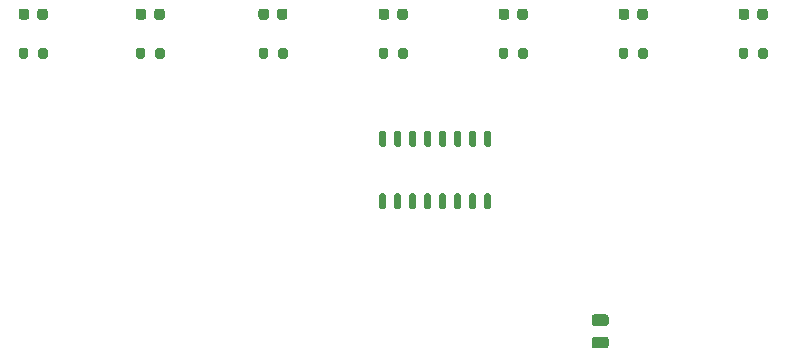
<source format=gbr>
%TF.GenerationSoftware,KiCad,Pcbnew,5.1.7-a382d34a8~87~ubuntu18.04.1*%
%TF.CreationDate,2021-02-24T17:41:24-08:00*%
%TF.ProjectId,teensy3x_solenoid_driver,7465656e-7379-4337-985f-736f6c656e6f,rev?*%
%TF.SameCoordinates,Original*%
%TF.FileFunction,Paste,Top*%
%TF.FilePolarity,Positive*%
%FSLAX46Y46*%
G04 Gerber Fmt 4.6, Leading zero omitted, Abs format (unit mm)*
G04 Created by KiCad (PCBNEW 5.1.7-a382d34a8~87~ubuntu18.04.1) date 2021-02-24 17:41:24*
%MOMM*%
%LPD*%
G01*
G04 APERTURE LIST*
G04 APERTURE END LIST*
%TO.C,C1*%
G36*
G01*
X112555000Y-88400000D02*
X113505000Y-88400000D01*
G75*
G02*
X113755000Y-88650000I0J-250000D01*
G01*
X113755000Y-89150000D01*
G75*
G02*
X113505000Y-89400000I-250000J0D01*
G01*
X112555000Y-89400000D01*
G75*
G02*
X112305000Y-89150000I0J250000D01*
G01*
X112305000Y-88650000D01*
G75*
G02*
X112555000Y-88400000I250000J0D01*
G01*
G37*
G36*
G01*
X112555000Y-90300000D02*
X113505000Y-90300000D01*
G75*
G02*
X113755000Y-90550000I0J-250000D01*
G01*
X113755000Y-91050000D01*
G75*
G02*
X113505000Y-91300000I-250000J0D01*
G01*
X112555000Y-91300000D01*
G75*
G02*
X112305000Y-91050000I0J250000D01*
G01*
X112305000Y-90550000D01*
G75*
G02*
X112555000Y-90300000I250000J0D01*
G01*
G37*
%TD*%
%TO.C,U2*%
G36*
G01*
X94752500Y-79525000D02*
X94477500Y-79525000D01*
G75*
G02*
X94340000Y-79387500I0J137500D01*
G01*
X94340000Y-78312500D01*
G75*
G02*
X94477500Y-78175000I137500J0D01*
G01*
X94752500Y-78175000D01*
G75*
G02*
X94890000Y-78312500I0J-137500D01*
G01*
X94890000Y-79387500D01*
G75*
G02*
X94752500Y-79525000I-137500J0D01*
G01*
G37*
G36*
G01*
X96022500Y-79525000D02*
X95747500Y-79525000D01*
G75*
G02*
X95610000Y-79387500I0J137500D01*
G01*
X95610000Y-78312500D01*
G75*
G02*
X95747500Y-78175000I137500J0D01*
G01*
X96022500Y-78175000D01*
G75*
G02*
X96160000Y-78312500I0J-137500D01*
G01*
X96160000Y-79387500D01*
G75*
G02*
X96022500Y-79525000I-137500J0D01*
G01*
G37*
G36*
G01*
X97292500Y-79525000D02*
X97017500Y-79525000D01*
G75*
G02*
X96880000Y-79387500I0J137500D01*
G01*
X96880000Y-78312500D01*
G75*
G02*
X97017500Y-78175000I137500J0D01*
G01*
X97292500Y-78175000D01*
G75*
G02*
X97430000Y-78312500I0J-137500D01*
G01*
X97430000Y-79387500D01*
G75*
G02*
X97292500Y-79525000I-137500J0D01*
G01*
G37*
G36*
G01*
X98562500Y-79525000D02*
X98287500Y-79525000D01*
G75*
G02*
X98150000Y-79387500I0J137500D01*
G01*
X98150000Y-78312500D01*
G75*
G02*
X98287500Y-78175000I137500J0D01*
G01*
X98562500Y-78175000D01*
G75*
G02*
X98700000Y-78312500I0J-137500D01*
G01*
X98700000Y-79387500D01*
G75*
G02*
X98562500Y-79525000I-137500J0D01*
G01*
G37*
G36*
G01*
X99832500Y-79525000D02*
X99557500Y-79525000D01*
G75*
G02*
X99420000Y-79387500I0J137500D01*
G01*
X99420000Y-78312500D01*
G75*
G02*
X99557500Y-78175000I137500J0D01*
G01*
X99832500Y-78175000D01*
G75*
G02*
X99970000Y-78312500I0J-137500D01*
G01*
X99970000Y-79387500D01*
G75*
G02*
X99832500Y-79525000I-137500J0D01*
G01*
G37*
G36*
G01*
X101102500Y-79525000D02*
X100827500Y-79525000D01*
G75*
G02*
X100690000Y-79387500I0J137500D01*
G01*
X100690000Y-78312500D01*
G75*
G02*
X100827500Y-78175000I137500J0D01*
G01*
X101102500Y-78175000D01*
G75*
G02*
X101240000Y-78312500I0J-137500D01*
G01*
X101240000Y-79387500D01*
G75*
G02*
X101102500Y-79525000I-137500J0D01*
G01*
G37*
G36*
G01*
X102372500Y-79525000D02*
X102097500Y-79525000D01*
G75*
G02*
X101960000Y-79387500I0J137500D01*
G01*
X101960000Y-78312500D01*
G75*
G02*
X102097500Y-78175000I137500J0D01*
G01*
X102372500Y-78175000D01*
G75*
G02*
X102510000Y-78312500I0J-137500D01*
G01*
X102510000Y-79387500D01*
G75*
G02*
X102372500Y-79525000I-137500J0D01*
G01*
G37*
G36*
G01*
X103642500Y-79525000D02*
X103367500Y-79525000D01*
G75*
G02*
X103230000Y-79387500I0J137500D01*
G01*
X103230000Y-78312500D01*
G75*
G02*
X103367500Y-78175000I137500J0D01*
G01*
X103642500Y-78175000D01*
G75*
G02*
X103780000Y-78312500I0J-137500D01*
G01*
X103780000Y-79387500D01*
G75*
G02*
X103642500Y-79525000I-137500J0D01*
G01*
G37*
G36*
G01*
X103642500Y-74225000D02*
X103367500Y-74225000D01*
G75*
G02*
X103230000Y-74087500I0J137500D01*
G01*
X103230000Y-73012500D01*
G75*
G02*
X103367500Y-72875000I137500J0D01*
G01*
X103642500Y-72875000D01*
G75*
G02*
X103780000Y-73012500I0J-137500D01*
G01*
X103780000Y-74087500D01*
G75*
G02*
X103642500Y-74225000I-137500J0D01*
G01*
G37*
G36*
G01*
X102372500Y-74225000D02*
X102097500Y-74225000D01*
G75*
G02*
X101960000Y-74087500I0J137500D01*
G01*
X101960000Y-73012500D01*
G75*
G02*
X102097500Y-72875000I137500J0D01*
G01*
X102372500Y-72875000D01*
G75*
G02*
X102510000Y-73012500I0J-137500D01*
G01*
X102510000Y-74087500D01*
G75*
G02*
X102372500Y-74225000I-137500J0D01*
G01*
G37*
G36*
G01*
X101102500Y-74225000D02*
X100827500Y-74225000D01*
G75*
G02*
X100690000Y-74087500I0J137500D01*
G01*
X100690000Y-73012500D01*
G75*
G02*
X100827500Y-72875000I137500J0D01*
G01*
X101102500Y-72875000D01*
G75*
G02*
X101240000Y-73012500I0J-137500D01*
G01*
X101240000Y-74087500D01*
G75*
G02*
X101102500Y-74225000I-137500J0D01*
G01*
G37*
G36*
G01*
X99832500Y-74225000D02*
X99557500Y-74225000D01*
G75*
G02*
X99420000Y-74087500I0J137500D01*
G01*
X99420000Y-73012500D01*
G75*
G02*
X99557500Y-72875000I137500J0D01*
G01*
X99832500Y-72875000D01*
G75*
G02*
X99970000Y-73012500I0J-137500D01*
G01*
X99970000Y-74087500D01*
G75*
G02*
X99832500Y-74225000I-137500J0D01*
G01*
G37*
G36*
G01*
X98562500Y-74225000D02*
X98287500Y-74225000D01*
G75*
G02*
X98150000Y-74087500I0J137500D01*
G01*
X98150000Y-73012500D01*
G75*
G02*
X98287500Y-72875000I137500J0D01*
G01*
X98562500Y-72875000D01*
G75*
G02*
X98700000Y-73012500I0J-137500D01*
G01*
X98700000Y-74087500D01*
G75*
G02*
X98562500Y-74225000I-137500J0D01*
G01*
G37*
G36*
G01*
X97292500Y-74225000D02*
X97017500Y-74225000D01*
G75*
G02*
X96880000Y-74087500I0J137500D01*
G01*
X96880000Y-73012500D01*
G75*
G02*
X97017500Y-72875000I137500J0D01*
G01*
X97292500Y-72875000D01*
G75*
G02*
X97430000Y-73012500I0J-137500D01*
G01*
X97430000Y-74087500D01*
G75*
G02*
X97292500Y-74225000I-137500J0D01*
G01*
G37*
G36*
G01*
X96022500Y-74225000D02*
X95747500Y-74225000D01*
G75*
G02*
X95610000Y-74087500I0J137500D01*
G01*
X95610000Y-73012500D01*
G75*
G02*
X95747500Y-72875000I137500J0D01*
G01*
X96022500Y-72875000D01*
G75*
G02*
X96160000Y-73012500I0J-137500D01*
G01*
X96160000Y-74087500D01*
G75*
G02*
X96022500Y-74225000I-137500J0D01*
G01*
G37*
G36*
G01*
X94752500Y-74225000D02*
X94477500Y-74225000D01*
G75*
G02*
X94340000Y-74087500I0J137500D01*
G01*
X94340000Y-73012500D01*
G75*
G02*
X94477500Y-72875000I137500J0D01*
G01*
X94752500Y-72875000D01*
G75*
G02*
X94890000Y-73012500I0J-137500D01*
G01*
X94890000Y-74087500D01*
G75*
G02*
X94752500Y-74225000I-137500J0D01*
G01*
G37*
%TD*%
%TO.C,D1*%
G36*
G01*
X63799000Y-63248250D02*
X63799000Y-62735750D01*
G75*
G02*
X64017750Y-62517000I218750J0D01*
G01*
X64455250Y-62517000D01*
G75*
G02*
X64674000Y-62735750I0J-218750D01*
G01*
X64674000Y-63248250D01*
G75*
G02*
X64455250Y-63467000I-218750J0D01*
G01*
X64017750Y-63467000D01*
G75*
G02*
X63799000Y-63248250I0J218750D01*
G01*
G37*
G36*
G01*
X65374000Y-63248250D02*
X65374000Y-62735750D01*
G75*
G02*
X65592750Y-62517000I218750J0D01*
G01*
X66030250Y-62517000D01*
G75*
G02*
X66249000Y-62735750I0J-218750D01*
G01*
X66249000Y-63248250D01*
G75*
G02*
X66030250Y-63467000I-218750J0D01*
G01*
X65592750Y-63467000D01*
G75*
G02*
X65374000Y-63248250I0J218750D01*
G01*
G37*
%TD*%
%TO.C,D2*%
G36*
G01*
X75280000Y-63248250D02*
X75280000Y-62735750D01*
G75*
G02*
X75498750Y-62517000I218750J0D01*
G01*
X75936250Y-62517000D01*
G75*
G02*
X76155000Y-62735750I0J-218750D01*
G01*
X76155000Y-63248250D01*
G75*
G02*
X75936250Y-63467000I-218750J0D01*
G01*
X75498750Y-63467000D01*
G75*
G02*
X75280000Y-63248250I0J218750D01*
G01*
G37*
G36*
G01*
X73705000Y-63248250D02*
X73705000Y-62735750D01*
G75*
G02*
X73923750Y-62517000I218750J0D01*
G01*
X74361250Y-62517000D01*
G75*
G02*
X74580000Y-62735750I0J-218750D01*
G01*
X74580000Y-63248250D01*
G75*
G02*
X74361250Y-63467000I-218750J0D01*
G01*
X73923750Y-63467000D01*
G75*
G02*
X73705000Y-63248250I0J218750D01*
G01*
G37*
%TD*%
%TO.C,D3*%
G36*
G01*
X84093500Y-63248250D02*
X84093500Y-62735750D01*
G75*
G02*
X84312250Y-62517000I218750J0D01*
G01*
X84749750Y-62517000D01*
G75*
G02*
X84968500Y-62735750I0J-218750D01*
G01*
X84968500Y-63248250D01*
G75*
G02*
X84749750Y-63467000I-218750J0D01*
G01*
X84312250Y-63467000D01*
G75*
G02*
X84093500Y-63248250I0J218750D01*
G01*
G37*
G36*
G01*
X85668500Y-63248250D02*
X85668500Y-62735750D01*
G75*
G02*
X85887250Y-62517000I218750J0D01*
G01*
X86324750Y-62517000D01*
G75*
G02*
X86543500Y-62735750I0J-218750D01*
G01*
X86543500Y-63248250D01*
G75*
G02*
X86324750Y-63467000I-218750J0D01*
G01*
X85887250Y-63467000D01*
G75*
G02*
X85668500Y-63248250I0J218750D01*
G01*
G37*
%TD*%
%TO.C,D4*%
G36*
G01*
X95854000Y-63248250D02*
X95854000Y-62735750D01*
G75*
G02*
X96072750Y-62517000I218750J0D01*
G01*
X96510250Y-62517000D01*
G75*
G02*
X96729000Y-62735750I0J-218750D01*
G01*
X96729000Y-63248250D01*
G75*
G02*
X96510250Y-63467000I-218750J0D01*
G01*
X96072750Y-63467000D01*
G75*
G02*
X95854000Y-63248250I0J218750D01*
G01*
G37*
G36*
G01*
X94279000Y-63248250D02*
X94279000Y-62735750D01*
G75*
G02*
X94497750Y-62517000I218750J0D01*
G01*
X94935250Y-62517000D01*
G75*
G02*
X95154000Y-62735750I0J-218750D01*
G01*
X95154000Y-63248250D01*
G75*
G02*
X94935250Y-63467000I-218750J0D01*
G01*
X94497750Y-63467000D01*
G75*
G02*
X94279000Y-63248250I0J218750D01*
G01*
G37*
%TD*%
%TO.C,D5*%
G36*
G01*
X104439000Y-63248250D02*
X104439000Y-62735750D01*
G75*
G02*
X104657750Y-62517000I218750J0D01*
G01*
X105095250Y-62517000D01*
G75*
G02*
X105314000Y-62735750I0J-218750D01*
G01*
X105314000Y-63248250D01*
G75*
G02*
X105095250Y-63467000I-218750J0D01*
G01*
X104657750Y-63467000D01*
G75*
G02*
X104439000Y-63248250I0J218750D01*
G01*
G37*
G36*
G01*
X106014000Y-63248250D02*
X106014000Y-62735750D01*
G75*
G02*
X106232750Y-62517000I218750J0D01*
G01*
X106670250Y-62517000D01*
G75*
G02*
X106889000Y-62735750I0J-218750D01*
G01*
X106889000Y-63248250D01*
G75*
G02*
X106670250Y-63467000I-218750J0D01*
G01*
X106232750Y-63467000D01*
G75*
G02*
X106014000Y-63248250I0J218750D01*
G01*
G37*
%TD*%
%TO.C,D6*%
G36*
G01*
X116174000Y-63248250D02*
X116174000Y-62735750D01*
G75*
G02*
X116392750Y-62517000I218750J0D01*
G01*
X116830250Y-62517000D01*
G75*
G02*
X117049000Y-62735750I0J-218750D01*
G01*
X117049000Y-63248250D01*
G75*
G02*
X116830250Y-63467000I-218750J0D01*
G01*
X116392750Y-63467000D01*
G75*
G02*
X116174000Y-63248250I0J218750D01*
G01*
G37*
G36*
G01*
X114599000Y-63248250D02*
X114599000Y-62735750D01*
G75*
G02*
X114817750Y-62517000I218750J0D01*
G01*
X115255250Y-62517000D01*
G75*
G02*
X115474000Y-62735750I0J-218750D01*
G01*
X115474000Y-63248250D01*
G75*
G02*
X115255250Y-63467000I-218750J0D01*
G01*
X114817750Y-63467000D01*
G75*
G02*
X114599000Y-63248250I0J218750D01*
G01*
G37*
%TD*%
%TO.C,D7*%
G36*
G01*
X124759000Y-63248250D02*
X124759000Y-62735750D01*
G75*
G02*
X124977750Y-62517000I218750J0D01*
G01*
X125415250Y-62517000D01*
G75*
G02*
X125634000Y-62735750I0J-218750D01*
G01*
X125634000Y-63248250D01*
G75*
G02*
X125415250Y-63467000I-218750J0D01*
G01*
X124977750Y-63467000D01*
G75*
G02*
X124759000Y-63248250I0J218750D01*
G01*
G37*
G36*
G01*
X126334000Y-63248250D02*
X126334000Y-62735750D01*
G75*
G02*
X126552750Y-62517000I218750J0D01*
G01*
X126990250Y-62517000D01*
G75*
G02*
X127209000Y-62735750I0J-218750D01*
G01*
X127209000Y-63248250D01*
G75*
G02*
X126990250Y-63467000I-218750J0D01*
G01*
X126552750Y-63467000D01*
G75*
G02*
X126334000Y-63248250I0J218750D01*
G01*
G37*
%TD*%
%TO.C,R1*%
G36*
G01*
X65449000Y-66569000D02*
X65449000Y-66019000D01*
G75*
G02*
X65649000Y-65819000I200000J0D01*
G01*
X66049000Y-65819000D01*
G75*
G02*
X66249000Y-66019000I0J-200000D01*
G01*
X66249000Y-66569000D01*
G75*
G02*
X66049000Y-66769000I-200000J0D01*
G01*
X65649000Y-66769000D01*
G75*
G02*
X65449000Y-66569000I0J200000D01*
G01*
G37*
G36*
G01*
X63799000Y-66569000D02*
X63799000Y-66019000D01*
G75*
G02*
X63999000Y-65819000I200000J0D01*
G01*
X64399000Y-65819000D01*
G75*
G02*
X64599000Y-66019000I0J-200000D01*
G01*
X64599000Y-66569000D01*
G75*
G02*
X64399000Y-66769000I-200000J0D01*
G01*
X63999000Y-66769000D01*
G75*
G02*
X63799000Y-66569000I0J200000D01*
G01*
G37*
%TD*%
%TO.C,R2*%
G36*
G01*
X75355000Y-66569000D02*
X75355000Y-66019000D01*
G75*
G02*
X75555000Y-65819000I200000J0D01*
G01*
X75955000Y-65819000D01*
G75*
G02*
X76155000Y-66019000I0J-200000D01*
G01*
X76155000Y-66569000D01*
G75*
G02*
X75955000Y-66769000I-200000J0D01*
G01*
X75555000Y-66769000D01*
G75*
G02*
X75355000Y-66569000I0J200000D01*
G01*
G37*
G36*
G01*
X73705000Y-66569000D02*
X73705000Y-66019000D01*
G75*
G02*
X73905000Y-65819000I200000J0D01*
G01*
X74305000Y-65819000D01*
G75*
G02*
X74505000Y-66019000I0J-200000D01*
G01*
X74505000Y-66569000D01*
G75*
G02*
X74305000Y-66769000I-200000J0D01*
G01*
X73905000Y-66769000D01*
G75*
G02*
X73705000Y-66569000I0J200000D01*
G01*
G37*
%TD*%
%TO.C,R3*%
G36*
G01*
X84119000Y-66569000D02*
X84119000Y-66019000D01*
G75*
G02*
X84319000Y-65819000I200000J0D01*
G01*
X84719000Y-65819000D01*
G75*
G02*
X84919000Y-66019000I0J-200000D01*
G01*
X84919000Y-66569000D01*
G75*
G02*
X84719000Y-66769000I-200000J0D01*
G01*
X84319000Y-66769000D01*
G75*
G02*
X84119000Y-66569000I0J200000D01*
G01*
G37*
G36*
G01*
X85769000Y-66569000D02*
X85769000Y-66019000D01*
G75*
G02*
X85969000Y-65819000I200000J0D01*
G01*
X86369000Y-65819000D01*
G75*
G02*
X86569000Y-66019000I0J-200000D01*
G01*
X86569000Y-66569000D01*
G75*
G02*
X86369000Y-66769000I-200000J0D01*
G01*
X85969000Y-66769000D01*
G75*
G02*
X85769000Y-66569000I0J200000D01*
G01*
G37*
%TD*%
%TO.C,R4*%
G36*
G01*
X95929000Y-66569000D02*
X95929000Y-66019000D01*
G75*
G02*
X96129000Y-65819000I200000J0D01*
G01*
X96529000Y-65819000D01*
G75*
G02*
X96729000Y-66019000I0J-200000D01*
G01*
X96729000Y-66569000D01*
G75*
G02*
X96529000Y-66769000I-200000J0D01*
G01*
X96129000Y-66769000D01*
G75*
G02*
X95929000Y-66569000I0J200000D01*
G01*
G37*
G36*
G01*
X94279000Y-66569000D02*
X94279000Y-66019000D01*
G75*
G02*
X94479000Y-65819000I200000J0D01*
G01*
X94879000Y-65819000D01*
G75*
G02*
X95079000Y-66019000I0J-200000D01*
G01*
X95079000Y-66569000D01*
G75*
G02*
X94879000Y-66769000I-200000J0D01*
G01*
X94479000Y-66769000D01*
G75*
G02*
X94279000Y-66569000I0J200000D01*
G01*
G37*
%TD*%
%TO.C,R5*%
G36*
G01*
X104439000Y-66569000D02*
X104439000Y-66019000D01*
G75*
G02*
X104639000Y-65819000I200000J0D01*
G01*
X105039000Y-65819000D01*
G75*
G02*
X105239000Y-66019000I0J-200000D01*
G01*
X105239000Y-66569000D01*
G75*
G02*
X105039000Y-66769000I-200000J0D01*
G01*
X104639000Y-66769000D01*
G75*
G02*
X104439000Y-66569000I0J200000D01*
G01*
G37*
G36*
G01*
X106089000Y-66569000D02*
X106089000Y-66019000D01*
G75*
G02*
X106289000Y-65819000I200000J0D01*
G01*
X106689000Y-65819000D01*
G75*
G02*
X106889000Y-66019000I0J-200000D01*
G01*
X106889000Y-66569000D01*
G75*
G02*
X106689000Y-66769000I-200000J0D01*
G01*
X106289000Y-66769000D01*
G75*
G02*
X106089000Y-66569000I0J200000D01*
G01*
G37*
%TD*%
%TO.C,R6*%
G36*
G01*
X116249000Y-66569000D02*
X116249000Y-66019000D01*
G75*
G02*
X116449000Y-65819000I200000J0D01*
G01*
X116849000Y-65819000D01*
G75*
G02*
X117049000Y-66019000I0J-200000D01*
G01*
X117049000Y-66569000D01*
G75*
G02*
X116849000Y-66769000I-200000J0D01*
G01*
X116449000Y-66769000D01*
G75*
G02*
X116249000Y-66569000I0J200000D01*
G01*
G37*
G36*
G01*
X114599000Y-66569000D02*
X114599000Y-66019000D01*
G75*
G02*
X114799000Y-65819000I200000J0D01*
G01*
X115199000Y-65819000D01*
G75*
G02*
X115399000Y-66019000I0J-200000D01*
G01*
X115399000Y-66569000D01*
G75*
G02*
X115199000Y-66769000I-200000J0D01*
G01*
X114799000Y-66769000D01*
G75*
G02*
X114599000Y-66569000I0J200000D01*
G01*
G37*
%TD*%
%TO.C,R7*%
G36*
G01*
X124759000Y-66569000D02*
X124759000Y-66019000D01*
G75*
G02*
X124959000Y-65819000I200000J0D01*
G01*
X125359000Y-65819000D01*
G75*
G02*
X125559000Y-66019000I0J-200000D01*
G01*
X125559000Y-66569000D01*
G75*
G02*
X125359000Y-66769000I-200000J0D01*
G01*
X124959000Y-66769000D01*
G75*
G02*
X124759000Y-66569000I0J200000D01*
G01*
G37*
G36*
G01*
X126409000Y-66569000D02*
X126409000Y-66019000D01*
G75*
G02*
X126609000Y-65819000I200000J0D01*
G01*
X127009000Y-65819000D01*
G75*
G02*
X127209000Y-66019000I0J-200000D01*
G01*
X127209000Y-66569000D01*
G75*
G02*
X127009000Y-66769000I-200000J0D01*
G01*
X126609000Y-66769000D01*
G75*
G02*
X126409000Y-66569000I0J200000D01*
G01*
G37*
%TD*%
M02*

</source>
